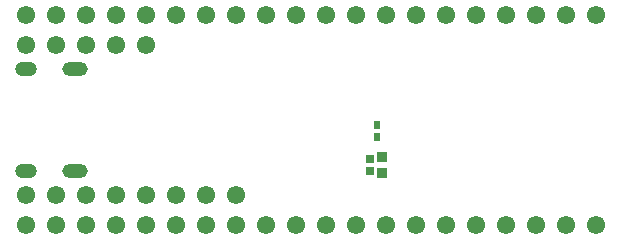
<source format=gbs>
G04*
G04 #@! TF.GenerationSoftware,Altium Limited,Altium Designer,22.8.2 (66)*
G04*
G04 Layer_Color=16711935*
%FSLAX44Y44*%
%MOMM*%
G71*
G04*
G04 #@! TF.SameCoordinates,5B037859-B446-4BB1-8760-713DD72627CB*
G04*
G04*
G04 #@! TF.FilePolarity,Negative*
G04*
G01*
G75*
%ADD39R,0.5508X0.6508*%
%ADD43R,0.6508X0.6508*%
%ADD49C,0.1508*%
%ADD50O,1.8508X1.2508*%
%ADD51O,2.1508X1.2508*%
%ADD52C,1.5508*%
%ADD69R,0.9508X0.8508*%
G54D39*
X296819Y74559D02*
D03*
Y84559D02*
D03*
G54D43*
X290832Y55572D02*
D03*
Y45572D02*
D03*
G54D49*
X35912Y60254D02*
D03*
Y118054D02*
D03*
G54D50*
X-588Y132354D02*
D03*
Y45954D02*
D03*
G54D51*
X41213D02*
D03*
Y132354D02*
D03*
G54D52*
X0Y25400D02*
D03*
X25400D02*
D03*
X50800D02*
D03*
X76200D02*
D03*
X177800D02*
D03*
X152400D02*
D03*
X127000D02*
D03*
X101600D02*
D03*
X0Y0D02*
D03*
X152400D02*
D03*
X177800D02*
D03*
X203200D02*
D03*
X228600D02*
D03*
X127000D02*
D03*
X101600D02*
D03*
X76200D02*
D03*
X50800D02*
D03*
X25400D02*
D03*
X254000D02*
D03*
X406400D02*
D03*
X431800D02*
D03*
X457200D02*
D03*
X482600D02*
D03*
X381000D02*
D03*
X355600D02*
D03*
X330200D02*
D03*
X304800D02*
D03*
X279400D02*
D03*
X254000Y177800D02*
D03*
X406400D02*
D03*
X431800D02*
D03*
X457200D02*
D03*
X482600D02*
D03*
X381000D02*
D03*
X355600D02*
D03*
X330200D02*
D03*
X304800D02*
D03*
X279400D02*
D03*
X0D02*
D03*
X152400D02*
D03*
X177800D02*
D03*
X203200D02*
D03*
X228600D02*
D03*
X127000D02*
D03*
X101600D02*
D03*
X76200D02*
D03*
X50800D02*
D03*
X25400D02*
D03*
Y152400D02*
D03*
X50800D02*
D03*
X76200D02*
D03*
X101600D02*
D03*
X0D02*
D03*
G54D69*
X300738Y43858D02*
D03*
Y57858D02*
D03*
M02*

</source>
